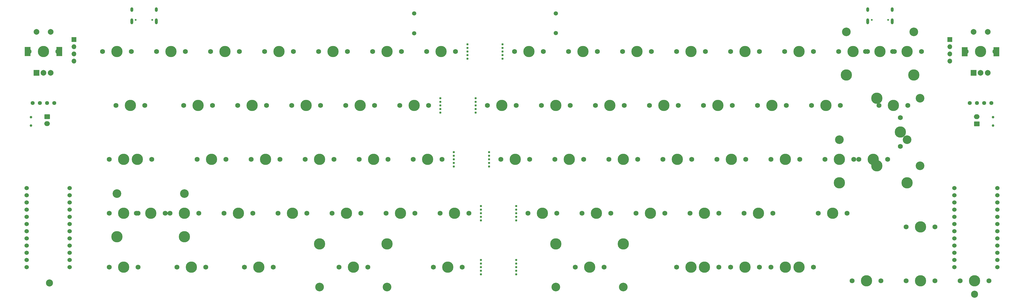
<source format=gts>
%TF.GenerationSoftware,KiCad,Pcbnew,(5.1.4-0)*%
%TF.CreationDate,2022-08-29T09:53:46-04:00*%
%TF.ProjectId,Marvelous65 Split,4d617276-656c-46f7-9573-36352053706c,rev?*%
%TF.SameCoordinates,Original*%
%TF.FileFunction,Soldermask,Top*%
%TF.FilePolarity,Negative*%
%FSLAX46Y46*%
G04 Gerber Fmt 4.6, Leading zero omitted, Abs format (unit mm)*
G04 Created by KiCad (PCBNEW (5.1.4-0)) date 2022-08-29 09:53:46*
%MOMM*%
%LPD*%
G04 APERTURE LIST*
%ADD10C,1.750000*%
%ADD11C,3.987800*%
%ADD12C,0.787400*%
%ADD13C,3.048000*%
%ADD14C,0.900000*%
%ADD15C,1.524000*%
%ADD16C,2.500000*%
%ADD17C,2.000000*%
%ADD18R,2.000000X3.200000*%
%ADD19R,2.000000X2.000000*%
%ADD20C,1.397000*%
%ADD21C,0.100000*%
%ADD22C,1.700000*%
%ADD23O,2.000000X1.700000*%
%ADD24C,1.500000*%
%ADD25R,1.700000X1.700000*%
%ADD26O,1.700000X1.700000*%
%ADD27O,1.000000X1.600000*%
%ADD28C,0.650000*%
%ADD29O,1.000000X2.100000*%
G04 APERTURE END LIST*
D10*
%TO.C,K_T1*%
X120586950Y90067405D03*
X110426950Y90067405D03*
D11*
X115506950Y90067405D03*
%TD*%
D12*
%TO.C,REF\002A\002A*%
X151479115Y54510405D03*
X151479115Y53240405D03*
X151479115Y49430405D03*
X151479115Y50700405D03*
X151479115Y51970405D03*
%TD*%
%TO.C,REF\002A\002A*%
X139064865Y49430405D03*
X139064865Y50700405D03*
X139064865Y54510405D03*
X139064865Y53240405D03*
X139064865Y51970405D03*
%TD*%
%TO.C,REF\002A\002A*%
X151479115Y35460405D03*
X151479115Y34190405D03*
X151479115Y30380405D03*
X151479115Y31650405D03*
X151479115Y32920405D03*
%TD*%
%TO.C,REF\002A\002A*%
X139064865Y30380405D03*
X139064865Y31650405D03*
X139064865Y35460405D03*
X139064865Y34190405D03*
X139064865Y32920405D03*
%TD*%
%TO.C,REF\002A\002A*%
X141954115Y73560405D03*
X141954115Y72290405D03*
X141954115Y68480405D03*
X141954115Y69750405D03*
X141954115Y71020405D03*
%TD*%
%TO.C,REF\002A\002A*%
X129539865Y68480405D03*
X129539865Y69750405D03*
X129539865Y73560405D03*
X129539865Y72290405D03*
X129539865Y71020405D03*
%TD*%
%TO.C,REF\002A\002A*%
X124777365Y87530405D03*
X124777365Y88800405D03*
X124777365Y92610405D03*
X124777365Y91340405D03*
X124777365Y90070405D03*
%TD*%
%TO.C,REF\002A\002A*%
X137191615Y92610405D03*
X137191615Y91340405D03*
X137191615Y87530405D03*
X137191615Y88800405D03*
X137191615Y90070405D03*
%TD*%
%TO.C,REF\002A\002A*%
X146716615Y111660405D03*
X146716615Y110390405D03*
X146716615Y106580405D03*
X146716615Y107850405D03*
X146716615Y109120405D03*
%TD*%
%TO.C,REF\002A\002A*%
X134302365Y106580405D03*
X134302365Y107850405D03*
X134302365Y111660405D03*
X134302365Y110390405D03*
X134302365Y109120405D03*
%TD*%
D11*
%TO.C,ISO_ENTER1*%
X278701365Y92642155D03*
X278701365Y68766155D03*
D13*
X293941365Y92642155D03*
X293941365Y68766155D03*
D10*
X286956365Y75624155D03*
X286956365Y85784155D03*
D11*
X286956365Y80704155D03*
%TD*%
%TO.C,K_N1*%
X160745700Y51960575D03*
D10*
X155665700Y51960575D03*
X165825700Y51960575D03*
%TD*%
D11*
%TO.C,K_SPACE2*%
X105981950Y41172405D03*
X82169450Y41172405D03*
D13*
X105981950Y25932405D03*
X82169450Y25932405D03*
D10*
X99155700Y32917405D03*
X88995700Y32917405D03*
D11*
X94075700Y32917405D03*
%TD*%
D14*
%TO.C,SW6*%
X-19603635Y82985405D03*
X-19603635Y85985405D03*
%TD*%
D10*
%TO.C,K_FN2*%
X132493200Y32917405D03*
X122333200Y32917405D03*
D11*
X127413200Y32917405D03*
%TD*%
%TO.C,K_LSHIFT1*%
X34544450Y43712405D03*
X10731950Y43712405D03*
D13*
X34544450Y58952405D03*
X10731950Y58952405D03*
D10*
X27718200Y51967405D03*
X17558200Y51967405D03*
D11*
X22638200Y51967405D03*
%TD*%
D15*
%TO.C,U3*%
X-21153635Y60885405D03*
X-21153635Y58345405D03*
X-21153635Y55805405D03*
X-21153635Y53265405D03*
X-21153635Y50725405D03*
X-21153635Y48185405D03*
X-21153635Y45645405D03*
X-21153635Y43105405D03*
X-21153635Y40565405D03*
X-21153635Y38025405D03*
X-21153635Y35485405D03*
X-21153635Y32945405D03*
X-5933635Y32945405D03*
X-5933635Y35485405D03*
X-5933635Y38025405D03*
X-5933635Y40565405D03*
X-5933635Y43105405D03*
X-5933635Y45645405D03*
X-5933635Y48185405D03*
X-5933635Y50725405D03*
X-5933635Y53265405D03*
X-5933635Y55805405D03*
X-5933635Y58345405D03*
X-5933635Y60885405D03*
%TD*%
D16*
%TO.C,TP2*%
X-13080550Y27361155D03*
%TD*%
D17*
%TO.C,SW5*%
X-12686561Y116104566D03*
X-17686561Y116104566D03*
D18*
X-9586561Y109104566D03*
X-20786561Y109104566D03*
D17*
X-12686561Y101604566D03*
X-15186561Y101604566D03*
D19*
X-17686561Y101604566D03*
%TD*%
D20*
%TO.C,OL2*%
X-11352257Y90957748D03*
X-13892257Y90957748D03*
X-16432257Y90957748D03*
X-18972257Y90957748D03*
%TD*%
D11*
%TO.C,L_ENC1*%
X-15200243Y109117305D03*
D10*
X-20280243Y109117305D03*
X-10120243Y109117305D03*
%TD*%
%TO.C,K_Z1*%
X58674450Y51967405D03*
X48514450Y51967405D03*
D11*
X53594450Y51967405D03*
%TD*%
D10*
%TO.C,K_X1*%
X77724450Y51967405D03*
X67564450Y51967405D03*
D11*
X72644450Y51967405D03*
%TD*%
D10*
%TO.C,K_WIN1*%
X42005700Y32917405D03*
X31845700Y32917405D03*
D11*
X36925700Y32917405D03*
%TD*%
D10*
%TO.C,K_W1*%
X63436950Y90067405D03*
X53276950Y90067405D03*
D11*
X58356950Y90067405D03*
%TD*%
D10*
%TO.C,K_V1*%
X115824450Y51967405D03*
X105664450Y51967405D03*
D11*
X110744450Y51967405D03*
%TD*%
D10*
%TO.C,K_TAB1*%
X20574450Y90067405D03*
X10414450Y90067405D03*
D11*
X15494450Y90067405D03*
%TD*%
D10*
%TO.C,K_SHIFT_ISO1*%
X18193200Y51967405D03*
X8033200Y51967405D03*
D11*
X13113200Y51967405D03*
%TD*%
D10*
%TO.C,K_S1*%
X68199450Y71017405D03*
X58039450Y71017405D03*
D11*
X63119450Y71017405D03*
%TD*%
D10*
%TO.C,K_R1*%
X101536950Y90067405D03*
X91376950Y90067405D03*
D11*
X96456950Y90067405D03*
%TD*%
D10*
%TO.C,K_Q1*%
X44386950Y90067405D03*
X34226950Y90067405D03*
D11*
X39306950Y90067405D03*
%TD*%
D10*
%TO.C,K_NUM6*%
X130111950Y109117405D03*
X119951950Y109117405D03*
D11*
X125031950Y109117405D03*
%TD*%
D10*
%TO.C,K_NUM5*%
X111061950Y109117405D03*
X100901950Y109117405D03*
D11*
X105981950Y109117405D03*
%TD*%
D10*
%TO.C,K_NUM4*%
X92011950Y109117405D03*
X81851950Y109117405D03*
D11*
X86931950Y109117405D03*
%TD*%
D10*
%TO.C,K_NUM3*%
X72961950Y109117405D03*
X62801950Y109117405D03*
D11*
X67881950Y109117405D03*
%TD*%
D10*
%TO.C,K_NUM2*%
X53911950Y109117405D03*
X43751950Y109117405D03*
D11*
X48831950Y109117405D03*
%TD*%
D10*
%TO.C,K_NUM1*%
X34861950Y109117405D03*
X24701950Y109117405D03*
D11*
X29781950Y109117405D03*
%TD*%
D10*
%TO.C,K_ISO_K1*%
X39624450Y51967405D03*
X29464450Y51967405D03*
D11*
X34544450Y51967405D03*
%TD*%
D10*
%TO.C,K_GRAVE1*%
X15811950Y109117405D03*
X5651950Y109117405D03*
D11*
X10731950Y109117405D03*
%TD*%
D10*
%TO.C,K_G1*%
X125349450Y71017405D03*
X115189450Y71017405D03*
D11*
X120269450Y71017405D03*
%TD*%
D10*
%TO.C,K_F1*%
X106299450Y71017405D03*
X96139450Y71017405D03*
D11*
X101219450Y71017405D03*
%TD*%
D10*
%TO.C,K_E1*%
X82486950Y90067405D03*
X72326950Y90067405D03*
D11*
X77406950Y90067405D03*
%TD*%
D10*
%TO.C,K_D1*%
X87249450Y71017405D03*
X77089450Y71017405D03*
D11*
X82169450Y71017405D03*
%TD*%
D10*
%TO.C,K_CTRL3*%
X18193200Y32917405D03*
X8033200Y32917405D03*
D11*
X13113200Y32917405D03*
%TD*%
D10*
%TO.C,K_CAPS_STEP1*%
X18193200Y71017405D03*
X8033200Y71017405D03*
D11*
X13113200Y71017405D03*
%TD*%
D10*
%TO.C,K_CAPS1*%
X22955700Y71017405D03*
X12795700Y71017405D03*
D11*
X17875700Y71017405D03*
%TD*%
D10*
%TO.C,K_C1*%
X96774450Y51967405D03*
X86614450Y51967405D03*
D11*
X91694450Y51967405D03*
%TD*%
D10*
%TO.C,K_B1*%
X134874450Y51967405D03*
X124714450Y51967405D03*
D11*
X129794450Y51967405D03*
%TD*%
D10*
%TO.C,K_ALT3*%
X65818200Y32917405D03*
X55658200Y32917405D03*
D11*
X60738200Y32917405D03*
%TD*%
D10*
%TO.C,K_A1*%
X49149450Y71017405D03*
X38989450Y71017405D03*
D11*
X44069450Y71017405D03*
%TD*%
D21*
%TO.C,J8*%
G36*
X-13109131Y86974201D02*
G01*
X-13084862Y86970601D01*
X-13061064Y86964640D01*
X-13037964Y86956375D01*
X-13015786Y86945885D01*
X-12994742Y86933272D01*
X-12975037Y86918658D01*
X-12956858Y86902182D01*
X-12940382Y86884003D01*
X-12925768Y86864298D01*
X-12913155Y86843254D01*
X-12902665Y86821076D01*
X-12894400Y86797976D01*
X-12888439Y86774178D01*
X-12884839Y86749909D01*
X-12883635Y86725405D01*
X-12883635Y85525405D01*
X-12884839Y85500901D01*
X-12888439Y85476632D01*
X-12894400Y85452834D01*
X-12902665Y85429734D01*
X-12913155Y85407556D01*
X-12925768Y85386512D01*
X-12940382Y85366807D01*
X-12956858Y85348628D01*
X-12975037Y85332152D01*
X-12994742Y85317538D01*
X-13015786Y85304925D01*
X-13037964Y85294435D01*
X-13061064Y85286170D01*
X-13084862Y85280209D01*
X-13109131Y85276609D01*
X-13133635Y85275405D01*
X-14633635Y85275405D01*
X-14658139Y85276609D01*
X-14682408Y85280209D01*
X-14706206Y85286170D01*
X-14729306Y85294435D01*
X-14751484Y85304925D01*
X-14772528Y85317538D01*
X-14792233Y85332152D01*
X-14810412Y85348628D01*
X-14826888Y85366807D01*
X-14841502Y85386512D01*
X-14854115Y85407556D01*
X-14864605Y85429734D01*
X-14872870Y85452834D01*
X-14878831Y85476632D01*
X-14882431Y85500901D01*
X-14883635Y85525405D01*
X-14883635Y86725405D01*
X-14882431Y86749909D01*
X-14878831Y86774178D01*
X-14872870Y86797976D01*
X-14864605Y86821076D01*
X-14854115Y86843254D01*
X-14841502Y86864298D01*
X-14826888Y86884003D01*
X-14810412Y86902182D01*
X-14792233Y86918658D01*
X-14772528Y86933272D01*
X-14751484Y86945885D01*
X-14729306Y86956375D01*
X-14706206Y86964640D01*
X-14682408Y86970601D01*
X-14658139Y86974201D01*
X-14633635Y86975405D01*
X-13133635Y86975405D01*
X-13109131Y86974201D01*
X-13109131Y86974201D01*
G37*
D22*
X-13883635Y86125405D03*
D23*
X-13883635Y83625405D03*
%TD*%
D24*
%TO.C,J7*%
X115504450Y122577405D03*
X115504450Y115577405D03*
%TD*%
D25*
%TO.C,J6*%
X-4403635Y113385405D03*
D26*
X-4403635Y110845405D03*
X-4403635Y108305405D03*
X-4403635Y105765405D03*
%TD*%
D27*
%TO.C,J5*%
X24574450Y123967405D03*
D28*
X23144450Y120317405D03*
D27*
X15934450Y123967405D03*
D28*
X17364450Y120317405D03*
D29*
X15934450Y119787405D03*
X24574450Y119787405D03*
%TD*%
D16*
%TO.C,TP1*%
X313145700Y23385575D03*
%TD*%
D11*
%TO.C,K_SPACE1*%
X177414450Y32910575D03*
D10*
X172334450Y32910575D03*
X182494450Y32910575D03*
D13*
X165508200Y25925575D03*
X189320700Y25925575D03*
D11*
X165508200Y41165575D03*
X189320700Y41165575D03*
%TD*%
D15*
%TO.C,U1*%
X306001950Y60882325D03*
X306001950Y58342325D03*
X306001950Y55802325D03*
X306001950Y53262325D03*
X306001950Y50722325D03*
X306001950Y48182325D03*
X306001950Y45642325D03*
X306001950Y43102325D03*
X306001950Y40562325D03*
X306001950Y38022325D03*
X306001950Y35482325D03*
X306001950Y32942325D03*
X321221950Y32942325D03*
X321221950Y35482325D03*
X321221950Y38022325D03*
X321221950Y40562325D03*
X321221950Y43102325D03*
X321221950Y45642325D03*
X321221950Y48182325D03*
X321221950Y50722325D03*
X321221950Y53262325D03*
X321221950Y55802325D03*
X321221950Y58342325D03*
X321221950Y60882325D03*
%TD*%
D19*
%TO.C,SW3*%
X312782082Y101594687D03*
D17*
X315282082Y101594687D03*
X317782082Y101594687D03*
D18*
X309682082Y109094687D03*
X320882082Y109094687D03*
D17*
X312782082Y116094687D03*
X317782082Y116094687D03*
%TD*%
D14*
%TO.C,SW1*%
X319668200Y82960575D03*
X319668200Y85960575D03*
%TD*%
D20*
%TO.C,OL1*%
X311496385Y90947868D03*
X314036385Y90947868D03*
X316576385Y90947868D03*
X319116385Y90947868D03*
%TD*%
D11*
%TO.C,K_Y1*%
X146458200Y90060575D03*
D10*
X141378200Y90060575D03*
X151538200Y90060575D03*
%TD*%
D11*
%TO.C,K_UP1*%
X294095700Y47198075D03*
D10*
X289015700Y47198075D03*
X299175700Y47198075D03*
%TD*%
D11*
%TO.C,K_U1*%
X165508200Y90060575D03*
D10*
X160428200Y90060575D03*
X170588200Y90060575D03*
%TD*%
D11*
%TO.C,K_SLASH1*%
X236945700Y51960575D03*
D10*
X231865700Y51960575D03*
X242025700Y51960575D03*
%TD*%
D11*
%TO.C,K_RSHIFT1*%
X263139450Y51960575D03*
D10*
X258059450Y51960575D03*
X268219450Y51960575D03*
%TD*%
D11*
%TO.C,K_RIGHT1*%
X313145700Y28148075D03*
D10*
X308065700Y28148075D03*
X318225700Y28148075D03*
%TD*%
D11*
%TO.C,K_R_PAR1*%
X260758200Y90060575D03*
D10*
X255678200Y90060575D03*
X265838200Y90060575D03*
%TD*%
D11*
%TO.C,K_QUOTE1*%
X246470700Y71010575D03*
D10*
X241390700Y71010575D03*
X251550700Y71010575D03*
%TD*%
D11*
%TO.C,K_P1*%
X222658200Y90060575D03*
D10*
X217578200Y90060575D03*
X227738200Y90060575D03*
%TD*%
D11*
%TO.C,K_O1*%
X203608200Y90060575D03*
D10*
X198528200Y90060575D03*
X208688200Y90060575D03*
%TD*%
D11*
%TO.C,K_NUM9*%
X194083200Y109110575D03*
D10*
X189003200Y109110575D03*
X199163200Y109110575D03*
%TD*%
D11*
%TO.C,K_NUM8*%
X175033200Y109110575D03*
D10*
X169953200Y109110575D03*
X180113200Y109110575D03*
%TD*%
D11*
%TO.C,K_NUM7*%
X155983200Y109110575D03*
D10*
X150903200Y109110575D03*
X161063200Y109110575D03*
%TD*%
D11*
%TO.C,K_NUM0*%
X213133200Y109110575D03*
D10*
X208053200Y109110575D03*
X218213200Y109110575D03*
%TD*%
D11*
%TO.C,K_MINUS1*%
X232183200Y109110575D03*
D10*
X227103200Y109110575D03*
X237263200Y109110575D03*
%TD*%
D11*
%TO.C,K_M1*%
X179795700Y51960575D03*
D10*
X174715700Y51960575D03*
X184875700Y51960575D03*
%TD*%
D11*
%TO.C,K_LEFT1*%
X275045700Y28148075D03*
D10*
X269965700Y28148075D03*
X280125700Y28148075D03*
%TD*%
D11*
%TO.C,K_L_PAR1*%
X241708200Y90060575D03*
D10*
X236628200Y90060575D03*
X246788200Y90060575D03*
%TD*%
D11*
%TO.C,K_L1*%
X208370700Y71010575D03*
D10*
X203290700Y71010575D03*
X213450700Y71010575D03*
%TD*%
D11*
%TO.C,K_K1*%
X189320700Y71010575D03*
D10*
X184240700Y71010575D03*
X194400700Y71010575D03*
%TD*%
D11*
%TO.C,K_J1*%
X170270700Y71010575D03*
D10*
X165190700Y71010575D03*
X175350700Y71010575D03*
%TD*%
D11*
%TO.C,K_I1*%
X184558200Y90060575D03*
D10*
X179478200Y90060575D03*
X189638200Y90060575D03*
%TD*%
D11*
%TO.C,K_H1*%
X151220700Y71010575D03*
D10*
X146140700Y71010575D03*
X156300700Y71010575D03*
%TD*%
D11*
%TO.C,K_FN1*%
X232183200Y32910575D03*
D10*
X227103200Y32910575D03*
X237263200Y32910575D03*
%TD*%
D11*
%TO.C,K_EQUAL1*%
X251233200Y109110575D03*
D10*
X246153200Y109110575D03*
X256313200Y109110575D03*
%TD*%
D11*
%TO.C,K_ENTER1*%
X277426950Y71010575D03*
D10*
X272346950Y71010575D03*
X282506950Y71010575D03*
D13*
X265520700Y77995575D03*
X289333200Y77995575D03*
D11*
X265520700Y62755575D03*
X289333200Y62755575D03*
%TD*%
%TO.C,K_ENC1*%
X315268400Y109107425D03*
D10*
X310188400Y109107425D03*
X320348400Y109107425D03*
%TD*%
D11*
%TO.C,K_DOWN1*%
X294095700Y28148075D03*
D10*
X289015700Y28148075D03*
X299175700Y28148075D03*
%TD*%
D11*
%TO.C,K_DOT1*%
X217895700Y51960575D03*
D10*
X212815700Y51960575D03*
X222975700Y51960575D03*
%TD*%
D11*
%TO.C,K_DEL1*%
X289333200Y109110575D03*
D10*
X284253200Y109110575D03*
X294413200Y109110575D03*
%TD*%
D11*
%TO.C,K_CTRL2*%
X251233200Y32910575D03*
D10*
X246153200Y32910575D03*
X256313200Y32910575D03*
%TD*%
D11*
%TO.C,K_CTRL1*%
X246470700Y32910575D03*
D10*
X241390700Y32910575D03*
X251550700Y32910575D03*
%TD*%
D11*
%TO.C,K_COMMA1*%
X198845700Y51960575D03*
D10*
X193765700Y51960575D03*
X203925700Y51960575D03*
%TD*%
D11*
%TO.C,K_COLON1*%
X227420700Y71010575D03*
D10*
X222340700Y71010575D03*
X232500700Y71010575D03*
%TD*%
D11*
%TO.C,K_BSPC2*%
X270283200Y109110575D03*
D10*
X265203200Y109110575D03*
X275363200Y109110575D03*
%TD*%
D11*
%TO.C,K_BSPC1*%
X279808200Y109110575D03*
D10*
X274728200Y109110575D03*
X284888200Y109110575D03*
D13*
X267901950Y116095575D03*
X291714450Y116095575D03*
D11*
X267901950Y100855575D03*
X291714450Y100855575D03*
%TD*%
%TO.C,K_BACKSLASH1*%
X284570700Y90060575D03*
D10*
X279490700Y90060575D03*
X289650700Y90060575D03*
%TD*%
D11*
%TO.C,K_ALT2*%
X213133200Y32910575D03*
D10*
X208053200Y32910575D03*
X218213200Y32910575D03*
%TD*%
D11*
%TO.C,K_ALT1*%
X217895700Y32910575D03*
D10*
X212815700Y32910575D03*
X222975700Y32910575D03*
%TD*%
D23*
%TO.C,J4*%
X313939450Y86091825D03*
D21*
G36*
X314713954Y84440621D02*
G01*
X314738223Y84437021D01*
X314762021Y84431060D01*
X314785121Y84422795D01*
X314807299Y84412305D01*
X314828343Y84399692D01*
X314848048Y84385078D01*
X314866227Y84368602D01*
X314882703Y84350423D01*
X314897317Y84330718D01*
X314909930Y84309674D01*
X314920420Y84287496D01*
X314928685Y84264396D01*
X314934646Y84240598D01*
X314938246Y84216329D01*
X314939450Y84191825D01*
X314939450Y82991825D01*
X314938246Y82967321D01*
X314934646Y82943052D01*
X314928685Y82919254D01*
X314920420Y82896154D01*
X314909930Y82873976D01*
X314897317Y82852932D01*
X314882703Y82833227D01*
X314866227Y82815048D01*
X314848048Y82798572D01*
X314828343Y82783958D01*
X314807299Y82771345D01*
X314785121Y82760855D01*
X314762021Y82752590D01*
X314738223Y82746629D01*
X314713954Y82743029D01*
X314689450Y82741825D01*
X313189450Y82741825D01*
X313164946Y82743029D01*
X313140677Y82746629D01*
X313116879Y82752590D01*
X313093779Y82760855D01*
X313071601Y82771345D01*
X313050557Y82783958D01*
X313030852Y82798572D01*
X313012673Y82815048D01*
X312996197Y82833227D01*
X312981583Y82852932D01*
X312968970Y82873976D01*
X312958480Y82896154D01*
X312950215Y82919254D01*
X312944254Y82943052D01*
X312940654Y82967321D01*
X312939450Y82991825D01*
X312939450Y84191825D01*
X312940654Y84216329D01*
X312944254Y84240598D01*
X312950215Y84264396D01*
X312958480Y84287496D01*
X312968970Y84309674D01*
X312981583Y84330718D01*
X312996197Y84350423D01*
X313012673Y84368602D01*
X313030852Y84385078D01*
X313050557Y84399692D01*
X313071601Y84412305D01*
X313093779Y84422795D01*
X313116879Y84431060D01*
X313140677Y84437021D01*
X313164946Y84440621D01*
X313189450Y84441825D01*
X314689450Y84441825D01*
X314713954Y84440621D01*
X314713954Y84440621D01*
G37*
D22*
X313939450Y83591825D03*
%TD*%
D24*
%TO.C,J3*%
X165512615Y115626655D03*
X165512615Y122626655D03*
%TD*%
D26*
%TO.C,J2*%
X304414450Y105776825D03*
X304414450Y108316825D03*
X304414450Y110856825D03*
D25*
X304414450Y113396825D03*
%TD*%
D29*
%TO.C,J1*%
X284128200Y119800575D03*
X275488200Y119800575D03*
D28*
X276918200Y120330575D03*
D27*
X275488200Y123980575D03*
D28*
X282698200Y120330575D03*
D27*
X284128200Y123980575D03*
%TD*%
D11*
%TO.C,ISO_KEY1*%
X265520700Y71010575D03*
D10*
X260440700Y71010575D03*
X270600700Y71010575D03*
%TD*%
M02*

</source>
